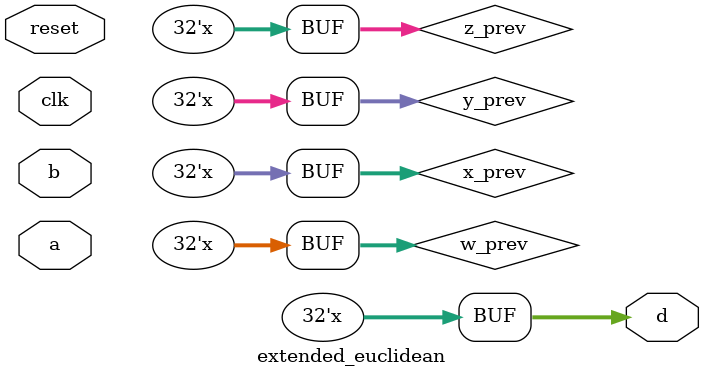
<source format=v>

module extended_euclidean(a, b, d, clk, reset);
	input signed [31:0] a, b;
	input clk, reset;
	output reg signed [31:0] d; // d = a^(-1) mod b, d is the output
	
	reg signed [31:0] u, v, w, x, y, z;
	reg [3:0] state, nextstate;
	reg [31:0] temp, w_prev, x_prev, y_prev, z_prev;
	
	//states of Finite State Machine
	parameter S0 = 4'h0, S1 = 4'h1, S2 = 4'h2, S3 = 4'h3;
	parameter S4 = 4'h4, S5 = 4'h5, S6 = 4'h6, S7 = 4'h7;
	parameter S8 = 4'h8;
	
	always @ (posedge clk or posedge reset)
	begin
		if(reset)
		begin
			state <= S0;
			u <= a; v <= b;
			w <= 1; x <= 0; y <= 0; z <= 1;
		end
		else
			state = nextstate;
	end
	
	//Extended Euclidean Algorithm implemented as Finite State Machine
	always @ (*)
	begin
		case (state)
			S0:
				if(u != 0)
					nextstate = S1;
				else
					nextstate = S6;
			
			S1:
				begin
					if(u[0] == 1'b0) //check if 'u' is even number
						nextstate = S2;
					else
						nextstate = S3;
				end //end S1
				
			S2:
				begin
					u = u >>> 1; //Divide by 2
					if(w[0] == 1'b0 && x[0] == 1'b0) //check if 'w' and 'x' are even numbers
					begin
						w_prev = w;
						w = w >>> 1;
						x_prev = x;
						x = x >>> 1;
						if(w_prev == w) //w_prev will be equal to w only when w is equal to -1
							w = 0;
						else 
							w = w;
						if(x_prev == x) //x_prev will be equal to x only when x is equal to -1
							x = 0;
						else
							x = x;
					end
					else
					begin
						w_prev = w + b;
						w = (w + b) >>> 1;
						x_prev = x - a;
						x = (x - a) >>> 1;
						if(w_prev == w) //w_prev will be equal to w only when (w + b) is equal to -1
							w = 0;
						else 
							w = w;
						if(x_prev == x) //x_prev will be equal to x only when x is equal to -1
							x = 0;
						else
							x = x;
					end
					nextstate = S1;
				end //end S2
				
			S3:
				begin
					if(v[0] == 1'b0) //check if 'v' is even number
						nextstate = S4;
					else
						nextstate = S5;
				end //end S3
				
			S4:
				begin
					v = v >>> 1;
					if(y[0] == 1'b0 && z[0] == 1'b0) //check if 'y' and 'z' are even numbers
					begin
						y_prev = y;
						y = y >>> 1;
						z_prev = z;
						z = z >>> 1;
						if(y_prev == y) //y_prev will be equal to y only when w is equal to -1
							y = 0;
						else 
							y = y;
						if(z_prev == z) //z_prev will be equal to z only when z is equal to -1
							z = 0;
						else
							z = z;
					end
					else
					begin
						y_prev = y + b;
						y = (y + b) >>> 1;
						z_prev = z - a;
						z = (z - a) >>> 1;
						if(y_prev == y) //y_prev will be equal to y only when y is equal to -1
							y = 0;
						else
							y = y;
						if(z_prev == z) //z_prev will be equal to z only when z is equal to -1
							z = 0;
						else
							z = z;
					end
					nextstate = S3;
				end //end S4
				
			S5:
				begin
					if(u >= v)
					begin
						u = u - v;
						w = w - y;
						x = x - z;
					end
					else
					begin
						v = v - u;
						y = y - w;
						z = z - x;
					end
					nextstate = S0;
				end //end S5
				
			S6:
				begin
					if(y >= b) //Find y mod b
					begin
						y = y - b;
						nextstate = S6;
					end
					else
						nextstate = S7;
				end //end S6
						
			S7:
				begin
					if(y[31] == 1'b1) //For negative y
						d = y + b;
					else
						d = y;
					nextstate = S8;
				end //end S7
					
			S8: ; //do nothing
			
			default: nextstate = S0;
		endcase
	end //end always
	
endmodule
</source>
